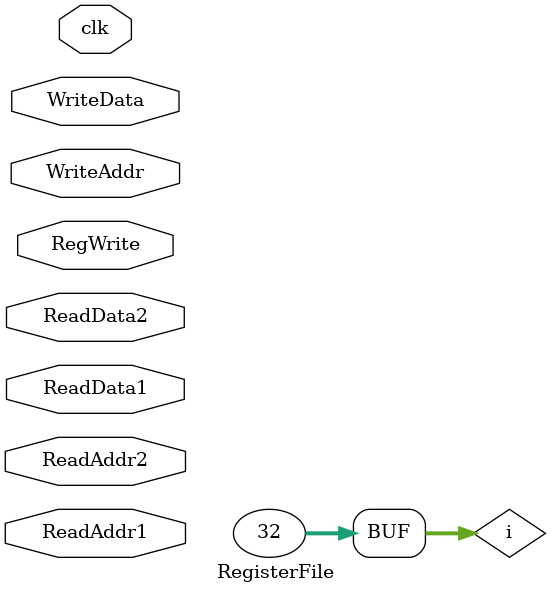
<source format=v>
module RegisterFile(clk, RegWrite, ReadAddr1, ReadAddr2, WriteAddr, ReadData1, ReadData2, WriteData);

input clk, RegWrite;
input [4:0] ReadAddr1, ReadAddr2, WriteAddr;
input [31:0] ReadData1, ReadData2, WriteData;

reg [31:0] regs [0:31];

integer i;

initial     //initialize all RAM cells to 0 at startup
  begin
  for (i=0; i <= 31; i = i + 1)
    regs[i] = 0;
  end

always @(posedge clk) begin
  if (RegWrite == 1'b1)
    begin
    #10
    $display($time," writing %m regindex=%b val=%b",WriteAddr,WriteData);
    regs[WriteAddr] = WriteData;
    end
end

assign ReadData1 = regs[ReadAddr1];
assign ReadData2 = regs[ReadAddr2];

endmodule

</source>
